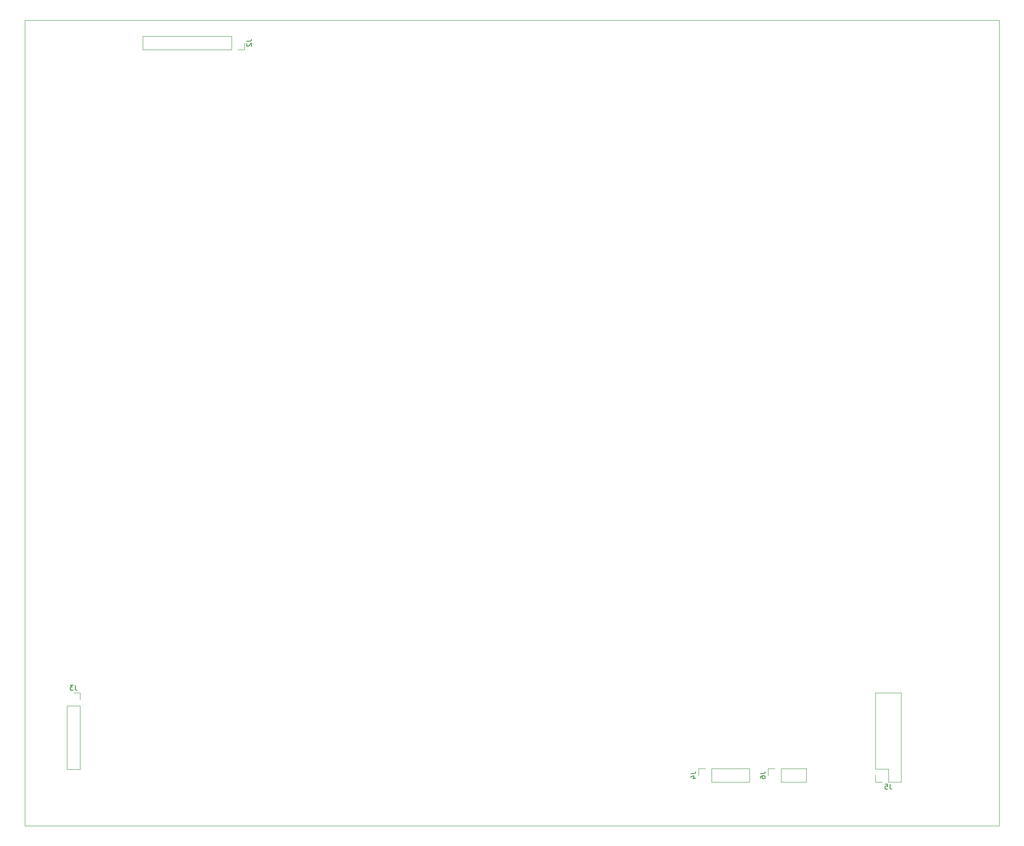
<source format=gbr>
%TF.GenerationSoftware,KiCad,Pcbnew,5.1.10-88a1d61d58~90~ubuntu20.04.1*%
%TF.CreationDate,2021-09-22T19:34:58-04:00*%
%TF.ProjectId,ysFFB,79734646-422e-46b6-9963-61645f706362,rev?*%
%TF.SameCoordinates,Original*%
%TF.FileFunction,Legend,Bot*%
%TF.FilePolarity,Positive*%
%FSLAX46Y46*%
G04 Gerber Fmt 4.6, Leading zero omitted, Abs format (unit mm)*
G04 Created by KiCad (PCBNEW 5.1.10-88a1d61d58~90~ubuntu20.04.1) date 2021-09-22 19:34:58*
%MOMM*%
%LPD*%
G01*
G04 APERTURE LIST*
%TA.AperFunction,Profile*%
%ADD10C,0.100000*%
%TD*%
%ADD11C,0.120000*%
%ADD12C,0.150000*%
G04 APERTURE END LIST*
D10*
X27400000Y-194000000D02*
X27400000Y-32000000D01*
X223400000Y-194000000D02*
X27400000Y-194000000D01*
X223400000Y-32000000D02*
X223400000Y-194000000D01*
X27400000Y-32000000D02*
X223400000Y-32000000D01*
D11*
%TO.C,J2*%
X51140000Y-37880000D02*
X51140000Y-35220000D01*
X68980000Y-37880000D02*
X51140000Y-37880000D01*
X68980000Y-35220000D02*
X51140000Y-35220000D01*
X68980000Y-37880000D02*
X68980000Y-35220000D01*
X70250000Y-37880000D02*
X71580000Y-37880000D01*
X71580000Y-37880000D02*
X71580000Y-36550000D01*
%TO.C,J6*%
X184610000Y-182540000D02*
X184610000Y-185200000D01*
X179470000Y-182540000D02*
X184610000Y-182540000D01*
X179470000Y-185200000D02*
X184610000Y-185200000D01*
X179470000Y-182540000D02*
X179470000Y-185200000D01*
X178200000Y-182540000D02*
X176870000Y-182540000D01*
X176870000Y-182540000D02*
X176870000Y-183870000D01*
%TO.C,J4*%
X173180000Y-182540000D02*
X173180000Y-185200000D01*
X165500000Y-182540000D02*
X173180000Y-182540000D01*
X165500000Y-185200000D02*
X173180000Y-185200000D01*
X165500000Y-182540000D02*
X165500000Y-185200000D01*
X164230000Y-182540000D02*
X162900000Y-182540000D01*
X162900000Y-182540000D02*
X162900000Y-183870000D01*
%TO.C,J3*%
X38560000Y-182660000D02*
X35900000Y-182660000D01*
X38560000Y-169900000D02*
X38560000Y-182660000D01*
X35900000Y-169900000D02*
X35900000Y-182660000D01*
X38560000Y-169900000D02*
X35900000Y-169900000D01*
X38560000Y-168630000D02*
X38560000Y-167300000D01*
X38560000Y-167300000D02*
X37230000Y-167300000D01*
%TO.C,J5*%
X198460000Y-167300000D02*
X203660000Y-167300000D01*
X198460000Y-182600000D02*
X198460000Y-167300000D01*
X203660000Y-185200000D02*
X203660000Y-167300000D01*
X198460000Y-182600000D02*
X201060000Y-182600000D01*
X201060000Y-182600000D02*
X201060000Y-185200000D01*
X201060000Y-185200000D02*
X203660000Y-185200000D01*
X198460000Y-183870000D02*
X198460000Y-185200000D01*
X198460000Y-185200000D02*
X199790000Y-185200000D01*
%TD*%
%TO.C,J2*%
D12*
X72032380Y-36216666D02*
X72746666Y-36216666D01*
X72889523Y-36169047D01*
X72984761Y-36073809D01*
X73032380Y-35930952D01*
X73032380Y-35835714D01*
X72127619Y-36645238D02*
X72080000Y-36692857D01*
X72032380Y-36788095D01*
X72032380Y-37026190D01*
X72080000Y-37121428D01*
X72127619Y-37169047D01*
X72222857Y-37216666D01*
X72318095Y-37216666D01*
X72460952Y-37169047D01*
X73032380Y-36597619D01*
X73032380Y-37216666D01*
%TO.C,J6*%
X175322380Y-183536666D02*
X176036666Y-183536666D01*
X176179523Y-183489047D01*
X176274761Y-183393809D01*
X176322380Y-183250952D01*
X176322380Y-183155714D01*
X175322380Y-184441428D02*
X175322380Y-184250952D01*
X175370000Y-184155714D01*
X175417619Y-184108095D01*
X175560476Y-184012857D01*
X175750952Y-183965238D01*
X176131904Y-183965238D01*
X176227142Y-184012857D01*
X176274761Y-184060476D01*
X176322380Y-184155714D01*
X176322380Y-184346190D01*
X176274761Y-184441428D01*
X176227142Y-184489047D01*
X176131904Y-184536666D01*
X175893809Y-184536666D01*
X175798571Y-184489047D01*
X175750952Y-184441428D01*
X175703333Y-184346190D01*
X175703333Y-184155714D01*
X175750952Y-184060476D01*
X175798571Y-184012857D01*
X175893809Y-183965238D01*
%TO.C,J4*%
X161352380Y-183536666D02*
X162066666Y-183536666D01*
X162209523Y-183489047D01*
X162304761Y-183393809D01*
X162352380Y-183250952D01*
X162352380Y-183155714D01*
X161685714Y-184441428D02*
X162352380Y-184441428D01*
X161304761Y-184203333D02*
X162019047Y-183965238D01*
X162019047Y-184584285D01*
%TO.C,J3*%
X37563333Y-165752380D02*
X37563333Y-166466666D01*
X37610952Y-166609523D01*
X37706190Y-166704761D01*
X37849047Y-166752380D01*
X37944285Y-166752380D01*
X37182380Y-165752380D02*
X36563333Y-165752380D01*
X36896666Y-166133333D01*
X36753809Y-166133333D01*
X36658571Y-166180952D01*
X36610952Y-166228571D01*
X36563333Y-166323809D01*
X36563333Y-166561904D01*
X36610952Y-166657142D01*
X36658571Y-166704761D01*
X36753809Y-166752380D01*
X37039523Y-166752380D01*
X37134761Y-166704761D01*
X37182380Y-166657142D01*
%TO.C,J5*%
X201393333Y-185652380D02*
X201393333Y-186366666D01*
X201440952Y-186509523D01*
X201536190Y-186604761D01*
X201679047Y-186652380D01*
X201774285Y-186652380D01*
X200440952Y-185652380D02*
X200917142Y-185652380D01*
X200964761Y-186128571D01*
X200917142Y-186080952D01*
X200821904Y-186033333D01*
X200583809Y-186033333D01*
X200488571Y-186080952D01*
X200440952Y-186128571D01*
X200393333Y-186223809D01*
X200393333Y-186461904D01*
X200440952Y-186557142D01*
X200488571Y-186604761D01*
X200583809Y-186652380D01*
X200821904Y-186652380D01*
X200917142Y-186604761D01*
X200964761Y-186557142D01*
%TD*%
M02*

</source>
